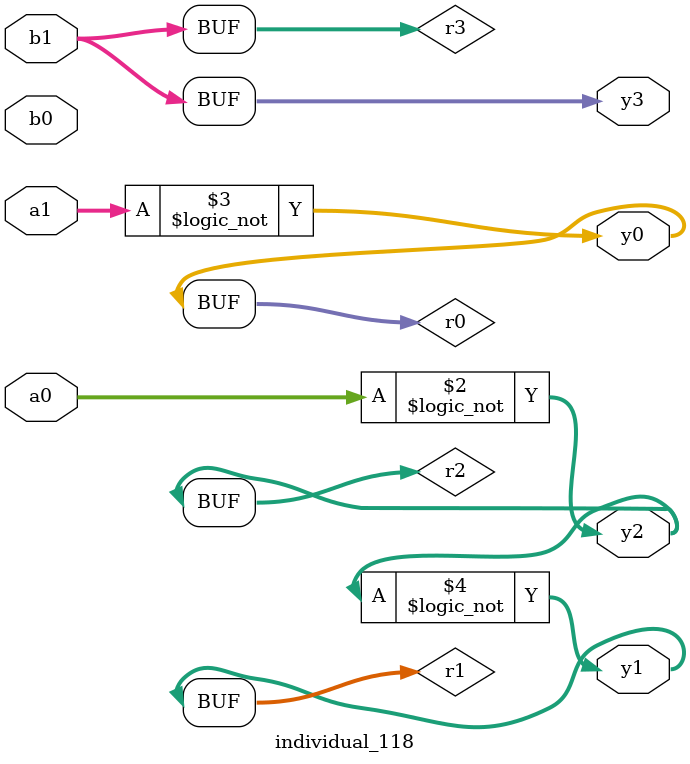
<source format=sv>
module individual_118(input logic [15:0] a1, input logic [15:0] a0, input logic [15:0] b1, input logic [15:0] b0, output logic [15:0] y3, output logic [15:0] y2, output logic [15:0] y1, output logic [15:0] y0);
logic [15:0] r0, r1, r2, r3; 
 always@(*) begin 
	 r0 = a0; r1 = a1; r2 = b0; r3 = b1; 
 	 r2 = ! a0 ;
 	 r0 = ! a1 ;
 	 r1 = ! r2 ;
 	 y3 = r3; y2 = r2; y1 = r1; y0 = r0; 
end
endmodule
</source>
